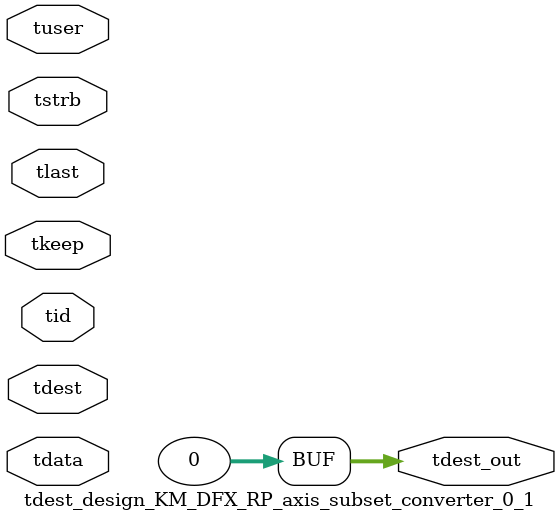
<source format=v>


`timescale 1ps/1ps

module tdest_design_KM_DFX_RP_axis_subset_converter_0_1 #
(
parameter C_S_AXIS_TDATA_WIDTH = 32,
parameter C_S_AXIS_TUSER_WIDTH = 0,
parameter C_S_AXIS_TID_WIDTH   = 0,
parameter C_S_AXIS_TDEST_WIDTH = 0,
parameter C_M_AXIS_TDEST_WIDTH = 32
)
(
input  [(C_S_AXIS_TDATA_WIDTH == 0 ? 1 : C_S_AXIS_TDATA_WIDTH)-1:0     ] tdata,
input  [(C_S_AXIS_TUSER_WIDTH == 0 ? 1 : C_S_AXIS_TUSER_WIDTH)-1:0     ] tuser,
input  [(C_S_AXIS_TID_WIDTH   == 0 ? 1 : C_S_AXIS_TID_WIDTH)-1:0       ] tid,
input  [(C_S_AXIS_TDEST_WIDTH == 0 ? 1 : C_S_AXIS_TDEST_WIDTH)-1:0     ] tdest,
input  [(C_S_AXIS_TDATA_WIDTH/8)-1:0 ] tkeep,
input  [(C_S_AXIS_TDATA_WIDTH/8)-1:0 ] tstrb,
input                                                                    tlast,
output [C_M_AXIS_TDEST_WIDTH-1:0] tdest_out
);

assign tdest_out = {1'b0};

endmodule


</source>
